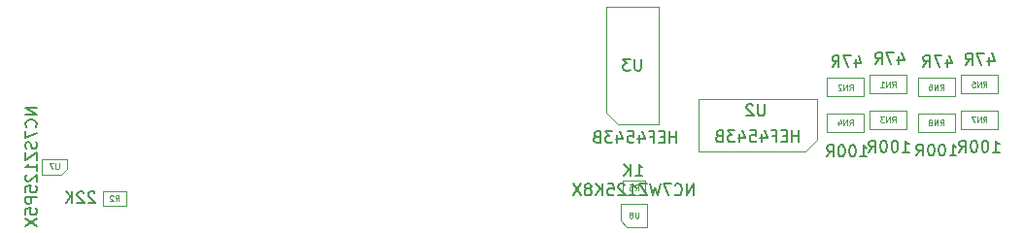
<source format=gbr>
G04 #@! TF.GenerationSoftware,KiCad,Pcbnew,(5.99.0-576-ga860ac506)*
G04 #@! TF.CreationDate,2020-08-23T19:59:58+02:00*
G04 #@! TF.ProjectId,50 pin to 34 pin Floppy Adapter,35302070-696e-4207-946f-203334207069,rev?*
G04 #@! TF.SameCoordinates,Original*
G04 #@! TF.FileFunction,AssemblyDrawing,Bot*
%FSLAX46Y46*%
G04 Gerber Fmt 4.6, Leading zero omitted, Abs format (unit mm)*
G04 Created by KiCad (PCBNEW (5.99.0-576-ga860ac506)) date 2020-08-23 19:59:58*
%MOMM*%
%LPD*%
G04 APERTURE LIST*
%ADD10C,0.100000*%
%ADD11C,0.150000*%
%ADD12C,0.075000*%
G04 APERTURE END LIST*
D10*
X86585500Y-39671500D02*
X86035500Y-39121500D01*
X86585500Y-39671500D02*
X88335500Y-39671500D01*
X86035500Y-37671500D02*
X86035500Y-39121500D01*
X88335500Y-37671500D02*
X86035500Y-37671500D01*
X88335500Y-39671500D02*
X88335500Y-37671500D01*
X37788000Y-34594500D02*
X37288000Y-35094500D01*
X35588000Y-33744500D02*
X35588000Y-35094500D01*
X37788000Y-33744500D02*
X35588000Y-33744500D01*
X37288000Y-35094500D02*
X35588000Y-35094500D01*
X37788000Y-33744500D02*
X37788000Y-34594500D01*
X88188000Y-35638500D02*
X86188000Y-35638500D01*
X86188000Y-35638500D02*
X86188000Y-36878500D01*
X86188000Y-36878500D02*
X88188000Y-36878500D01*
X88188000Y-36878500D02*
X88188000Y-35638500D01*
X40910000Y-37831000D02*
X42910000Y-37831000D01*
X42910000Y-37831000D02*
X42910000Y-36591000D01*
X42910000Y-36591000D02*
X40910000Y-36591000D01*
X40910000Y-36591000D02*
X40910000Y-37831000D01*
X84783500Y-29740500D02*
X85783500Y-30740500D01*
X84783500Y-20440500D02*
X84783500Y-29740500D01*
X89333500Y-20440500D02*
X84783500Y-20440500D01*
X89333500Y-30740500D02*
X89333500Y-20440500D01*
X85783500Y-30740500D02*
X89333500Y-30740500D01*
X115138000Y-29807000D02*
X111938000Y-29807000D01*
X115138000Y-31407000D02*
X115138000Y-29807000D01*
X111938000Y-31407000D02*
X115138000Y-31407000D01*
X111938000Y-29807000D02*
X111938000Y-31407000D01*
X118884500Y-29553000D02*
X115684500Y-29553000D01*
X118884500Y-31153000D02*
X118884500Y-29553000D01*
X115684500Y-31153000D02*
X118884500Y-31153000D01*
X115684500Y-29553000D02*
X115684500Y-31153000D01*
X115138000Y-26695500D02*
X111938000Y-26695500D01*
X115138000Y-28295500D02*
X115138000Y-26695500D01*
X111938000Y-28295500D02*
X115138000Y-28295500D01*
X111938000Y-26695500D02*
X111938000Y-28295500D01*
X118884500Y-26441500D02*
X115684500Y-26441500D01*
X118884500Y-28041500D02*
X118884500Y-26441500D01*
X115684500Y-28041500D02*
X118884500Y-28041500D01*
X115684500Y-26441500D02*
X115684500Y-28041500D01*
X103130500Y-32072500D02*
X103130500Y-28522500D01*
X103130500Y-28522500D02*
X92830500Y-28522500D01*
X92830500Y-28522500D02*
X92830500Y-33072500D01*
X92830500Y-33072500D02*
X102130500Y-33072500D01*
X102130500Y-33072500D02*
X103130500Y-32072500D01*
X104025500Y-29807000D02*
X104025500Y-31407000D01*
X104025500Y-31407000D02*
X107225500Y-31407000D01*
X107225500Y-31407000D02*
X107225500Y-29807000D01*
X107225500Y-29807000D02*
X104025500Y-29807000D01*
X110934000Y-29553000D02*
X107734000Y-29553000D01*
X110934000Y-31153000D02*
X110934000Y-29553000D01*
X107734000Y-31153000D02*
X110934000Y-31153000D01*
X107734000Y-29553000D02*
X107734000Y-31153000D01*
X104025500Y-26695500D02*
X104025500Y-28295500D01*
X104025500Y-28295500D02*
X107225500Y-28295500D01*
X107225500Y-28295500D02*
X107225500Y-26695500D01*
X107225500Y-26695500D02*
X104025500Y-26695500D01*
X110934000Y-26441500D02*
X107734000Y-26441500D01*
X110934000Y-28041500D02*
X110934000Y-26441500D01*
X107734000Y-28041500D02*
X110934000Y-28041500D01*
X107734000Y-26441500D02*
X107734000Y-28041500D01*
D11*
X92375976Y-36923880D02*
X92375976Y-35923880D01*
X91804547Y-36923880D01*
X91804547Y-35923880D01*
X90756928Y-36828642D02*
X90804547Y-36876261D01*
X90947404Y-36923880D01*
X91042642Y-36923880D01*
X91185500Y-36876261D01*
X91280738Y-36781023D01*
X91328357Y-36685785D01*
X91375976Y-36495309D01*
X91375976Y-36352452D01*
X91328357Y-36161976D01*
X91280738Y-36066738D01*
X91185500Y-35971500D01*
X91042642Y-35923880D01*
X90947404Y-35923880D01*
X90804547Y-35971500D01*
X90756928Y-36019119D01*
X90423595Y-35923880D02*
X89756928Y-35923880D01*
X90185500Y-36923880D01*
X89471214Y-35923880D02*
X89233119Y-36923880D01*
X89042642Y-36209595D01*
X88852166Y-36923880D01*
X88614071Y-35923880D01*
X88328357Y-35923880D02*
X87661690Y-35923880D01*
X88328357Y-36923880D01*
X87661690Y-36923880D01*
X86756928Y-36923880D02*
X87328357Y-36923880D01*
X87042642Y-36923880D02*
X87042642Y-35923880D01*
X87137880Y-36066738D01*
X87233119Y-36161976D01*
X87328357Y-36209595D01*
X86375976Y-36019119D02*
X86328357Y-35971500D01*
X86233119Y-35923880D01*
X85995023Y-35923880D01*
X85899785Y-35971500D01*
X85852166Y-36019119D01*
X85804547Y-36114357D01*
X85804547Y-36209595D01*
X85852166Y-36352452D01*
X86423595Y-36923880D01*
X85804547Y-36923880D01*
X84899785Y-35923880D02*
X85375976Y-35923880D01*
X85423595Y-36400071D01*
X85375976Y-36352452D01*
X85280738Y-36304833D01*
X85042642Y-36304833D01*
X84947404Y-36352452D01*
X84899785Y-36400071D01*
X84852166Y-36495309D01*
X84852166Y-36733404D01*
X84899785Y-36828642D01*
X84947404Y-36876261D01*
X85042642Y-36923880D01*
X85280738Y-36923880D01*
X85375976Y-36876261D01*
X85423595Y-36828642D01*
X84423595Y-36923880D02*
X84423595Y-35923880D01*
X83852166Y-36923880D02*
X84280738Y-36352452D01*
X83852166Y-35923880D02*
X84423595Y-36495309D01*
X83280738Y-36352452D02*
X83375976Y-36304833D01*
X83423595Y-36257214D01*
X83471214Y-36161976D01*
X83471214Y-36114357D01*
X83423595Y-36019119D01*
X83375976Y-35971500D01*
X83280738Y-35923880D01*
X83090261Y-35923880D01*
X82995023Y-35971500D01*
X82947404Y-36019119D01*
X82899785Y-36114357D01*
X82899785Y-36161976D01*
X82947404Y-36257214D01*
X82995023Y-36304833D01*
X83090261Y-36352452D01*
X83280738Y-36352452D01*
X83375976Y-36400071D01*
X83423595Y-36447690D01*
X83471214Y-36542928D01*
X83471214Y-36733404D01*
X83423595Y-36828642D01*
X83375976Y-36876261D01*
X83280738Y-36923880D01*
X83090261Y-36923880D01*
X82995023Y-36876261D01*
X82947404Y-36828642D01*
X82899785Y-36733404D01*
X82899785Y-36542928D01*
X82947404Y-36447690D01*
X82995023Y-36400071D01*
X83090261Y-36352452D01*
X82566452Y-35923880D02*
X81899785Y-36923880D01*
X81899785Y-35923880D02*
X82566452Y-36923880D01*
D10*
X87566452Y-38397690D02*
X87566452Y-38802452D01*
X87542642Y-38850071D01*
X87518833Y-38873880D01*
X87471214Y-38897690D01*
X87375976Y-38897690D01*
X87328357Y-38873880D01*
X87304547Y-38850071D01*
X87280738Y-38802452D01*
X87280738Y-38397690D01*
X86971214Y-38611976D02*
X87018833Y-38588166D01*
X87042642Y-38564357D01*
X87066452Y-38516738D01*
X87066452Y-38492928D01*
X87042642Y-38445309D01*
X87018833Y-38421500D01*
X86971214Y-38397690D01*
X86875976Y-38397690D01*
X86828357Y-38421500D01*
X86804547Y-38445309D01*
X86780738Y-38492928D01*
X86780738Y-38516738D01*
X86804547Y-38564357D01*
X86828357Y-38588166D01*
X86875976Y-38611976D01*
X86971214Y-38611976D01*
X87018833Y-38635785D01*
X87042642Y-38659595D01*
X87066452Y-38707214D01*
X87066452Y-38802452D01*
X87042642Y-38850071D01*
X87018833Y-38873880D01*
X86971214Y-38897690D01*
X86875976Y-38897690D01*
X86828357Y-38873880D01*
X86804547Y-38850071D01*
X86780738Y-38802452D01*
X86780738Y-38707214D01*
X86804547Y-38659595D01*
X86828357Y-38635785D01*
X86875976Y-38611976D01*
D11*
X35140380Y-29324261D02*
X34140380Y-29324261D01*
X35140380Y-29895690D01*
X34140380Y-29895690D01*
X35045142Y-30943309D02*
X35092761Y-30895690D01*
X35140380Y-30752833D01*
X35140380Y-30657595D01*
X35092761Y-30514738D01*
X34997523Y-30419500D01*
X34902285Y-30371880D01*
X34711809Y-30324261D01*
X34568952Y-30324261D01*
X34378476Y-30371880D01*
X34283238Y-30419500D01*
X34188000Y-30514738D01*
X34140380Y-30657595D01*
X34140380Y-30752833D01*
X34188000Y-30895690D01*
X34235619Y-30943309D01*
X34140380Y-31276642D02*
X34140380Y-31943309D01*
X35140380Y-31514738D01*
X35092761Y-32276642D02*
X35140380Y-32419500D01*
X35140380Y-32657595D01*
X35092761Y-32752833D01*
X35045142Y-32800452D01*
X34949904Y-32848071D01*
X34854666Y-32848071D01*
X34759428Y-32800452D01*
X34711809Y-32752833D01*
X34664190Y-32657595D01*
X34616571Y-32467119D01*
X34568952Y-32371880D01*
X34521333Y-32324261D01*
X34426095Y-32276642D01*
X34330857Y-32276642D01*
X34235619Y-32324261D01*
X34188000Y-32371880D01*
X34140380Y-32467119D01*
X34140380Y-32705214D01*
X34188000Y-32848071D01*
X34140380Y-33181404D02*
X34140380Y-33848071D01*
X35140380Y-33181404D01*
X35140380Y-33848071D01*
X35140380Y-34752833D02*
X35140380Y-34181404D01*
X35140380Y-34467119D02*
X34140380Y-34467119D01*
X34283238Y-34371880D01*
X34378476Y-34276642D01*
X34426095Y-34181404D01*
X34235619Y-35133785D02*
X34188000Y-35181404D01*
X34140380Y-35276642D01*
X34140380Y-35514738D01*
X34188000Y-35609976D01*
X34235619Y-35657595D01*
X34330857Y-35705214D01*
X34426095Y-35705214D01*
X34568952Y-35657595D01*
X35140380Y-35086166D01*
X35140380Y-35705214D01*
X34140380Y-36609976D02*
X34140380Y-36133785D01*
X34616571Y-36086166D01*
X34568952Y-36133785D01*
X34521333Y-36229023D01*
X34521333Y-36467119D01*
X34568952Y-36562357D01*
X34616571Y-36609976D01*
X34711809Y-36657595D01*
X34949904Y-36657595D01*
X35045142Y-36609976D01*
X35092761Y-36562357D01*
X35140380Y-36467119D01*
X35140380Y-36229023D01*
X35092761Y-36133785D01*
X35045142Y-36086166D01*
X35140380Y-37086166D02*
X34140380Y-37086166D01*
X34140380Y-37467119D01*
X34188000Y-37562357D01*
X34235619Y-37609976D01*
X34330857Y-37657595D01*
X34473714Y-37657595D01*
X34568952Y-37609976D01*
X34616571Y-37562357D01*
X34664190Y-37467119D01*
X34664190Y-37086166D01*
X34140380Y-38562357D02*
X34140380Y-38086166D01*
X34616571Y-38038547D01*
X34568952Y-38086166D01*
X34521333Y-38181404D01*
X34521333Y-38419500D01*
X34568952Y-38514738D01*
X34616571Y-38562357D01*
X34711809Y-38609976D01*
X34949904Y-38609976D01*
X35045142Y-38562357D01*
X35092761Y-38514738D01*
X35140380Y-38419500D01*
X35140380Y-38181404D01*
X35092761Y-38086166D01*
X35045142Y-38038547D01*
X34140380Y-38943309D02*
X35140380Y-39609976D01*
X34140380Y-39609976D02*
X35140380Y-38943309D01*
D12*
X37068952Y-34145690D02*
X37068952Y-34550452D01*
X37045142Y-34598071D01*
X37021333Y-34621880D01*
X36973714Y-34645690D01*
X36878476Y-34645690D01*
X36830857Y-34621880D01*
X36807047Y-34598071D01*
X36783238Y-34550452D01*
X36783238Y-34145690D01*
X36592761Y-34145690D02*
X36259428Y-34145690D01*
X36473714Y-34645690D01*
D11*
X87336285Y-35186880D02*
X87907714Y-35186880D01*
X87622000Y-35186880D02*
X87622000Y-34186880D01*
X87717238Y-34329738D01*
X87812476Y-34424976D01*
X87907714Y-34472595D01*
X86907714Y-35186880D02*
X86907714Y-34186880D01*
X86336285Y-35186880D02*
X86764857Y-34615452D01*
X86336285Y-34186880D02*
X86907714Y-34758309D01*
D12*
X87271333Y-36484690D02*
X87438000Y-36246595D01*
X87557047Y-36484690D02*
X87557047Y-35984690D01*
X87366571Y-35984690D01*
X87318952Y-36008500D01*
X87295142Y-36032309D01*
X87271333Y-36079928D01*
X87271333Y-36151357D01*
X87295142Y-36198976D01*
X87318952Y-36222785D01*
X87366571Y-36246595D01*
X87557047Y-36246595D01*
X86818952Y-35984690D02*
X87057047Y-35984690D01*
X87080857Y-36222785D01*
X87057047Y-36198976D01*
X87009428Y-36175166D01*
X86890380Y-36175166D01*
X86842761Y-36198976D01*
X86818952Y-36222785D01*
X86795142Y-36270404D01*
X86795142Y-36389452D01*
X86818952Y-36437071D01*
X86842761Y-36460880D01*
X86890380Y-36484690D01*
X87009428Y-36484690D01*
X87057047Y-36460880D01*
X87080857Y-36437071D01*
D11*
X40184904Y-36695119D02*
X40137285Y-36647500D01*
X40042047Y-36599880D01*
X39803952Y-36599880D01*
X39708714Y-36647500D01*
X39661095Y-36695119D01*
X39613476Y-36790357D01*
X39613476Y-36885595D01*
X39661095Y-37028452D01*
X40232523Y-37599880D01*
X39613476Y-37599880D01*
X39232523Y-36695119D02*
X39184904Y-36647500D01*
X39089666Y-36599880D01*
X38851571Y-36599880D01*
X38756333Y-36647500D01*
X38708714Y-36695119D01*
X38661095Y-36790357D01*
X38661095Y-36885595D01*
X38708714Y-37028452D01*
X39280142Y-37599880D01*
X38661095Y-37599880D01*
X38232523Y-37599880D02*
X38232523Y-36599880D01*
X37661095Y-37599880D02*
X38089666Y-37028452D01*
X37661095Y-36599880D02*
X38232523Y-37171309D01*
D12*
X41993333Y-37437190D02*
X42160000Y-37199095D01*
X42279047Y-37437190D02*
X42279047Y-36937190D01*
X42088571Y-36937190D01*
X42040952Y-36961000D01*
X42017142Y-36984809D01*
X41993333Y-37032428D01*
X41993333Y-37103857D01*
X42017142Y-37151476D01*
X42040952Y-37175285D01*
X42088571Y-37199095D01*
X42279047Y-37199095D01*
X41802857Y-36984809D02*
X41779047Y-36961000D01*
X41731428Y-36937190D01*
X41612380Y-36937190D01*
X41564761Y-36961000D01*
X41540952Y-36984809D01*
X41517142Y-37032428D01*
X41517142Y-37080047D01*
X41540952Y-37151476D01*
X41826666Y-37437190D01*
X41517142Y-37437190D01*
D11*
X90883928Y-32329380D02*
X90883928Y-31329380D01*
X90883928Y-31805571D02*
X90312500Y-31805571D01*
X90312500Y-32329380D02*
X90312500Y-31329380D01*
X89836309Y-31805571D02*
X89502976Y-31805571D01*
X89360119Y-32329380D02*
X89836309Y-32329380D01*
X89836309Y-31329380D01*
X89360119Y-31329380D01*
X88598214Y-31805571D02*
X88931547Y-31805571D01*
X88931547Y-32329380D02*
X88931547Y-31329380D01*
X88455357Y-31329380D01*
X87645833Y-31662714D02*
X87645833Y-32329380D01*
X87883928Y-31281761D02*
X88122023Y-31996047D01*
X87502976Y-31996047D01*
X86645833Y-31329380D02*
X87122023Y-31329380D01*
X87169642Y-31805571D01*
X87122023Y-31757952D01*
X87026785Y-31710333D01*
X86788690Y-31710333D01*
X86693452Y-31757952D01*
X86645833Y-31805571D01*
X86598214Y-31900809D01*
X86598214Y-32138904D01*
X86645833Y-32234142D01*
X86693452Y-32281761D01*
X86788690Y-32329380D01*
X87026785Y-32329380D01*
X87122023Y-32281761D01*
X87169642Y-32234142D01*
X85741071Y-31662714D02*
X85741071Y-32329380D01*
X85979166Y-31281761D02*
X86217261Y-31996047D01*
X85598214Y-31996047D01*
X85312500Y-31329380D02*
X84693452Y-31329380D01*
X85026785Y-31710333D01*
X84883928Y-31710333D01*
X84788690Y-31757952D01*
X84741071Y-31805571D01*
X84693452Y-31900809D01*
X84693452Y-32138904D01*
X84741071Y-32234142D01*
X84788690Y-32281761D01*
X84883928Y-32329380D01*
X85169642Y-32329380D01*
X85264880Y-32281761D01*
X85312500Y-32234142D01*
X83931547Y-31805571D02*
X83788690Y-31853190D01*
X83741071Y-31900809D01*
X83693452Y-31996047D01*
X83693452Y-32138904D01*
X83741071Y-32234142D01*
X83788690Y-32281761D01*
X83883928Y-32329380D01*
X84264880Y-32329380D01*
X84264880Y-31329380D01*
X83931547Y-31329380D01*
X83836309Y-31377000D01*
X83788690Y-31424619D01*
X83741071Y-31519857D01*
X83741071Y-31615095D01*
X83788690Y-31710333D01*
X83836309Y-31757952D01*
X83931547Y-31805571D01*
X84264880Y-31805571D01*
X87820404Y-25042880D02*
X87820404Y-25852404D01*
X87772785Y-25947642D01*
X87725166Y-25995261D01*
X87629928Y-26042880D01*
X87439452Y-26042880D01*
X87344214Y-25995261D01*
X87296595Y-25947642D01*
X87248976Y-25852404D01*
X87248976Y-25042880D01*
X86868023Y-25042880D02*
X86248976Y-25042880D01*
X86582309Y-25423833D01*
X86439452Y-25423833D01*
X86344214Y-25471452D01*
X86296595Y-25519071D01*
X86248976Y-25614309D01*
X86248976Y-25852404D01*
X86296595Y-25947642D01*
X86344214Y-25995261D01*
X86439452Y-26042880D01*
X86725166Y-26042880D01*
X86820404Y-25995261D01*
X86868023Y-25947642D01*
X114704666Y-33472380D02*
X115276095Y-33472380D01*
X114990380Y-33472380D02*
X114990380Y-32472380D01*
X115085619Y-32615238D01*
X115180857Y-32710476D01*
X115276095Y-32758095D01*
X114085619Y-32472380D02*
X113990380Y-32472380D01*
X113895142Y-32520000D01*
X113847523Y-32567619D01*
X113799904Y-32662857D01*
X113752285Y-32853333D01*
X113752285Y-33091428D01*
X113799904Y-33281904D01*
X113847523Y-33377142D01*
X113895142Y-33424761D01*
X113990380Y-33472380D01*
X114085619Y-33472380D01*
X114180857Y-33424761D01*
X114228476Y-33377142D01*
X114276095Y-33281904D01*
X114323714Y-33091428D01*
X114323714Y-32853333D01*
X114276095Y-32662857D01*
X114228476Y-32567619D01*
X114180857Y-32520000D01*
X114085619Y-32472380D01*
X113133238Y-32472380D02*
X113038000Y-32472380D01*
X112942761Y-32520000D01*
X112895142Y-32567619D01*
X112847523Y-32662857D01*
X112799904Y-32853333D01*
X112799904Y-33091428D01*
X112847523Y-33281904D01*
X112895142Y-33377142D01*
X112942761Y-33424761D01*
X113038000Y-33472380D01*
X113133238Y-33472380D01*
X113228476Y-33424761D01*
X113276095Y-33377142D01*
X113323714Y-33281904D01*
X113371333Y-33091428D01*
X113371333Y-32853333D01*
X113323714Y-32662857D01*
X113276095Y-32567619D01*
X113228476Y-32520000D01*
X113133238Y-32472380D01*
X111799904Y-33472380D02*
X112133238Y-32996190D01*
X112371333Y-33472380D02*
X112371333Y-32472380D01*
X111990380Y-32472380D01*
X111895142Y-32520000D01*
X111847523Y-32567619D01*
X111799904Y-32662857D01*
X111799904Y-32805714D01*
X111847523Y-32900952D01*
X111895142Y-32948571D01*
X111990380Y-32996190D01*
X112371333Y-32996190D01*
D12*
X113883238Y-30833190D02*
X114049904Y-30595095D01*
X114168952Y-30833190D02*
X114168952Y-30333190D01*
X113978476Y-30333190D01*
X113930857Y-30357000D01*
X113907047Y-30380809D01*
X113883238Y-30428428D01*
X113883238Y-30499857D01*
X113907047Y-30547476D01*
X113930857Y-30571285D01*
X113978476Y-30595095D01*
X114168952Y-30595095D01*
X113668952Y-30833190D02*
X113668952Y-30333190D01*
X113383238Y-30833190D01*
X113383238Y-30333190D01*
X113073714Y-30547476D02*
X113121333Y-30523666D01*
X113145142Y-30499857D01*
X113168952Y-30452238D01*
X113168952Y-30428428D01*
X113145142Y-30380809D01*
X113121333Y-30357000D01*
X113073714Y-30333190D01*
X112978476Y-30333190D01*
X112930857Y-30357000D01*
X112907047Y-30380809D01*
X112883238Y-30428428D01*
X112883238Y-30452238D01*
X112907047Y-30499857D01*
X112930857Y-30523666D01*
X112978476Y-30547476D01*
X113073714Y-30547476D01*
X113121333Y-30571285D01*
X113145142Y-30595095D01*
X113168952Y-30642714D01*
X113168952Y-30737952D01*
X113145142Y-30785571D01*
X113121333Y-30809380D01*
X113073714Y-30833190D01*
X112978476Y-30833190D01*
X112930857Y-30809380D01*
X112907047Y-30785571D01*
X112883238Y-30737952D01*
X112883238Y-30642714D01*
X112907047Y-30595095D01*
X112930857Y-30571285D01*
X112978476Y-30547476D01*
D11*
X118451166Y-33154880D02*
X119022595Y-33154880D01*
X118736880Y-33154880D02*
X118736880Y-32154880D01*
X118832119Y-32297738D01*
X118927357Y-32392976D01*
X119022595Y-32440595D01*
X117832119Y-32154880D02*
X117736880Y-32154880D01*
X117641642Y-32202500D01*
X117594023Y-32250119D01*
X117546404Y-32345357D01*
X117498785Y-32535833D01*
X117498785Y-32773928D01*
X117546404Y-32964404D01*
X117594023Y-33059642D01*
X117641642Y-33107261D01*
X117736880Y-33154880D01*
X117832119Y-33154880D01*
X117927357Y-33107261D01*
X117974976Y-33059642D01*
X118022595Y-32964404D01*
X118070214Y-32773928D01*
X118070214Y-32535833D01*
X118022595Y-32345357D01*
X117974976Y-32250119D01*
X117927357Y-32202500D01*
X117832119Y-32154880D01*
X116879738Y-32154880D02*
X116784500Y-32154880D01*
X116689261Y-32202500D01*
X116641642Y-32250119D01*
X116594023Y-32345357D01*
X116546404Y-32535833D01*
X116546404Y-32773928D01*
X116594023Y-32964404D01*
X116641642Y-33059642D01*
X116689261Y-33107261D01*
X116784500Y-33154880D01*
X116879738Y-33154880D01*
X116974976Y-33107261D01*
X117022595Y-33059642D01*
X117070214Y-32964404D01*
X117117833Y-32773928D01*
X117117833Y-32535833D01*
X117070214Y-32345357D01*
X117022595Y-32250119D01*
X116974976Y-32202500D01*
X116879738Y-32154880D01*
X115546404Y-33154880D02*
X115879738Y-32678690D01*
X116117833Y-33154880D02*
X116117833Y-32154880D01*
X115736880Y-32154880D01*
X115641642Y-32202500D01*
X115594023Y-32250119D01*
X115546404Y-32345357D01*
X115546404Y-32488214D01*
X115594023Y-32583452D01*
X115641642Y-32631071D01*
X115736880Y-32678690D01*
X116117833Y-32678690D01*
D12*
X117629738Y-30579190D02*
X117796404Y-30341095D01*
X117915452Y-30579190D02*
X117915452Y-30079190D01*
X117724976Y-30079190D01*
X117677357Y-30103000D01*
X117653547Y-30126809D01*
X117629738Y-30174428D01*
X117629738Y-30245857D01*
X117653547Y-30293476D01*
X117677357Y-30317285D01*
X117724976Y-30341095D01*
X117915452Y-30341095D01*
X117415452Y-30579190D02*
X117415452Y-30079190D01*
X117129738Y-30579190D01*
X117129738Y-30079190D01*
X116939261Y-30079190D02*
X116605928Y-30079190D01*
X116820214Y-30579190D01*
D11*
X114450714Y-25058714D02*
X114450714Y-25725380D01*
X114688809Y-24677761D02*
X114926904Y-25392047D01*
X114307857Y-25392047D01*
X114022142Y-24725380D02*
X113355476Y-24725380D01*
X113784047Y-25725380D01*
X112403095Y-25725380D02*
X112736428Y-25249190D01*
X112974523Y-25725380D02*
X112974523Y-24725380D01*
X112593571Y-24725380D01*
X112498333Y-24773000D01*
X112450714Y-24820619D01*
X112403095Y-24915857D01*
X112403095Y-25058714D01*
X112450714Y-25153952D01*
X112498333Y-25201571D01*
X112593571Y-25249190D01*
X112974523Y-25249190D01*
D12*
X113883238Y-27721690D02*
X114049904Y-27483595D01*
X114168952Y-27721690D02*
X114168952Y-27221690D01*
X113978476Y-27221690D01*
X113930857Y-27245500D01*
X113907047Y-27269309D01*
X113883238Y-27316928D01*
X113883238Y-27388357D01*
X113907047Y-27435976D01*
X113930857Y-27459785D01*
X113978476Y-27483595D01*
X114168952Y-27483595D01*
X113668952Y-27721690D02*
X113668952Y-27221690D01*
X113383238Y-27721690D01*
X113383238Y-27221690D01*
X112930857Y-27221690D02*
X113026095Y-27221690D01*
X113073714Y-27245500D01*
X113097523Y-27269309D01*
X113145142Y-27340738D01*
X113168952Y-27435976D01*
X113168952Y-27626452D01*
X113145142Y-27674071D01*
X113121333Y-27697880D01*
X113073714Y-27721690D01*
X112978476Y-27721690D01*
X112930857Y-27697880D01*
X112907047Y-27674071D01*
X112883238Y-27626452D01*
X112883238Y-27507404D01*
X112907047Y-27459785D01*
X112930857Y-27435976D01*
X112978476Y-27412166D01*
X113073714Y-27412166D01*
X113121333Y-27435976D01*
X113145142Y-27459785D01*
X113168952Y-27507404D01*
D11*
X118133714Y-24868214D02*
X118133714Y-25534880D01*
X118371809Y-24487261D02*
X118609904Y-25201547D01*
X117990857Y-25201547D01*
X117705142Y-24534880D02*
X117038476Y-24534880D01*
X117467047Y-25534880D01*
X116086095Y-25534880D02*
X116419428Y-25058690D01*
X116657523Y-25534880D02*
X116657523Y-24534880D01*
X116276571Y-24534880D01*
X116181333Y-24582500D01*
X116133714Y-24630119D01*
X116086095Y-24725357D01*
X116086095Y-24868214D01*
X116133714Y-24963452D01*
X116181333Y-25011071D01*
X116276571Y-25058690D01*
X116657523Y-25058690D01*
D12*
X117629738Y-27467690D02*
X117796404Y-27229595D01*
X117915452Y-27467690D02*
X117915452Y-26967690D01*
X117724976Y-26967690D01*
X117677357Y-26991500D01*
X117653547Y-27015309D01*
X117629738Y-27062928D01*
X117629738Y-27134357D01*
X117653547Y-27181976D01*
X117677357Y-27205785D01*
X117724976Y-27229595D01*
X117915452Y-27229595D01*
X117415452Y-27467690D02*
X117415452Y-26967690D01*
X117129738Y-27467690D01*
X117129738Y-26967690D01*
X116653547Y-26967690D02*
X116891642Y-26967690D01*
X116915452Y-27205785D01*
X116891642Y-27181976D01*
X116844023Y-27158166D01*
X116724976Y-27158166D01*
X116677357Y-27181976D01*
X116653547Y-27205785D01*
X116629738Y-27253404D01*
X116629738Y-27372452D01*
X116653547Y-27420071D01*
X116677357Y-27443880D01*
X116724976Y-27467690D01*
X116844023Y-27467690D01*
X116891642Y-27443880D01*
X116915452Y-27420071D01*
D11*
X101551928Y-32265880D02*
X101551928Y-31265880D01*
X101551928Y-31742071D02*
X100980500Y-31742071D01*
X100980500Y-32265880D02*
X100980500Y-31265880D01*
X100504309Y-31742071D02*
X100170976Y-31742071D01*
X100028119Y-32265880D02*
X100504309Y-32265880D01*
X100504309Y-31265880D01*
X100028119Y-31265880D01*
X99266214Y-31742071D02*
X99599547Y-31742071D01*
X99599547Y-32265880D02*
X99599547Y-31265880D01*
X99123357Y-31265880D01*
X98313833Y-31599214D02*
X98313833Y-32265880D01*
X98551928Y-31218261D02*
X98790023Y-31932547D01*
X98170976Y-31932547D01*
X97313833Y-31265880D02*
X97790023Y-31265880D01*
X97837642Y-31742071D01*
X97790023Y-31694452D01*
X97694785Y-31646833D01*
X97456690Y-31646833D01*
X97361452Y-31694452D01*
X97313833Y-31742071D01*
X97266214Y-31837309D01*
X97266214Y-32075404D01*
X97313833Y-32170642D01*
X97361452Y-32218261D01*
X97456690Y-32265880D01*
X97694785Y-32265880D01*
X97790023Y-32218261D01*
X97837642Y-32170642D01*
X96409071Y-31599214D02*
X96409071Y-32265880D01*
X96647166Y-31218261D02*
X96885261Y-31932547D01*
X96266214Y-31932547D01*
X95980500Y-31265880D02*
X95361452Y-31265880D01*
X95694785Y-31646833D01*
X95551928Y-31646833D01*
X95456690Y-31694452D01*
X95409071Y-31742071D01*
X95361452Y-31837309D01*
X95361452Y-32075404D01*
X95409071Y-32170642D01*
X95456690Y-32218261D01*
X95551928Y-32265880D01*
X95837642Y-32265880D01*
X95932880Y-32218261D01*
X95980500Y-32170642D01*
X94599547Y-31742071D02*
X94456690Y-31789690D01*
X94409071Y-31837309D01*
X94361452Y-31932547D01*
X94361452Y-32075404D01*
X94409071Y-32170642D01*
X94456690Y-32218261D01*
X94551928Y-32265880D01*
X94932880Y-32265880D01*
X94932880Y-31265880D01*
X94599547Y-31265880D01*
X94504309Y-31313500D01*
X94456690Y-31361119D01*
X94409071Y-31456357D01*
X94409071Y-31551595D01*
X94456690Y-31646833D01*
X94504309Y-31694452D01*
X94599547Y-31742071D01*
X94932880Y-31742071D01*
X98551904Y-28979880D02*
X98551904Y-29789404D01*
X98504285Y-29884642D01*
X98456666Y-29932261D01*
X98361428Y-29979880D01*
X98170952Y-29979880D01*
X98075714Y-29932261D01*
X98028095Y-29884642D01*
X97980476Y-29789404D01*
X97980476Y-28979880D01*
X97551904Y-29075119D02*
X97504285Y-29027500D01*
X97409047Y-28979880D01*
X97170952Y-28979880D01*
X97075714Y-29027500D01*
X97028095Y-29075119D01*
X96980476Y-29170357D01*
X96980476Y-29265595D01*
X97028095Y-29408452D01*
X97599523Y-29979880D01*
X96980476Y-29979880D01*
X106894166Y-33535880D02*
X107465595Y-33535880D01*
X107179880Y-33535880D02*
X107179880Y-32535880D01*
X107275119Y-32678738D01*
X107370357Y-32773976D01*
X107465595Y-32821595D01*
X106275119Y-32535880D02*
X106179880Y-32535880D01*
X106084642Y-32583500D01*
X106037023Y-32631119D01*
X105989404Y-32726357D01*
X105941785Y-32916833D01*
X105941785Y-33154928D01*
X105989404Y-33345404D01*
X106037023Y-33440642D01*
X106084642Y-33488261D01*
X106179880Y-33535880D01*
X106275119Y-33535880D01*
X106370357Y-33488261D01*
X106417976Y-33440642D01*
X106465595Y-33345404D01*
X106513214Y-33154928D01*
X106513214Y-32916833D01*
X106465595Y-32726357D01*
X106417976Y-32631119D01*
X106370357Y-32583500D01*
X106275119Y-32535880D01*
X105322738Y-32535880D02*
X105227500Y-32535880D01*
X105132261Y-32583500D01*
X105084642Y-32631119D01*
X105037023Y-32726357D01*
X104989404Y-32916833D01*
X104989404Y-33154928D01*
X105037023Y-33345404D01*
X105084642Y-33440642D01*
X105132261Y-33488261D01*
X105227500Y-33535880D01*
X105322738Y-33535880D01*
X105417976Y-33488261D01*
X105465595Y-33440642D01*
X105513214Y-33345404D01*
X105560833Y-33154928D01*
X105560833Y-32916833D01*
X105513214Y-32726357D01*
X105465595Y-32631119D01*
X105417976Y-32583500D01*
X105322738Y-32535880D01*
X103989404Y-33535880D02*
X104322738Y-33059690D01*
X104560833Y-33535880D02*
X104560833Y-32535880D01*
X104179880Y-32535880D01*
X104084642Y-32583500D01*
X104037023Y-32631119D01*
X103989404Y-32726357D01*
X103989404Y-32869214D01*
X104037023Y-32964452D01*
X104084642Y-33012071D01*
X104179880Y-33059690D01*
X104560833Y-33059690D01*
D12*
X105970738Y-30833190D02*
X106137404Y-30595095D01*
X106256452Y-30833190D02*
X106256452Y-30333190D01*
X106065976Y-30333190D01*
X106018357Y-30357000D01*
X105994547Y-30380809D01*
X105970738Y-30428428D01*
X105970738Y-30499857D01*
X105994547Y-30547476D01*
X106018357Y-30571285D01*
X106065976Y-30595095D01*
X106256452Y-30595095D01*
X105756452Y-30833190D02*
X105756452Y-30333190D01*
X105470738Y-30833190D01*
X105470738Y-30333190D01*
X105018357Y-30499857D02*
X105018357Y-30833190D01*
X105137404Y-30309380D02*
X105256452Y-30666523D01*
X104946928Y-30666523D01*
D11*
X110577166Y-33154880D02*
X111148595Y-33154880D01*
X110862880Y-33154880D02*
X110862880Y-32154880D01*
X110958119Y-32297738D01*
X111053357Y-32392976D01*
X111148595Y-32440595D01*
X109958119Y-32154880D02*
X109862880Y-32154880D01*
X109767642Y-32202500D01*
X109720023Y-32250119D01*
X109672404Y-32345357D01*
X109624785Y-32535833D01*
X109624785Y-32773928D01*
X109672404Y-32964404D01*
X109720023Y-33059642D01*
X109767642Y-33107261D01*
X109862880Y-33154880D01*
X109958119Y-33154880D01*
X110053357Y-33107261D01*
X110100976Y-33059642D01*
X110148595Y-32964404D01*
X110196214Y-32773928D01*
X110196214Y-32535833D01*
X110148595Y-32345357D01*
X110100976Y-32250119D01*
X110053357Y-32202500D01*
X109958119Y-32154880D01*
X109005738Y-32154880D02*
X108910500Y-32154880D01*
X108815261Y-32202500D01*
X108767642Y-32250119D01*
X108720023Y-32345357D01*
X108672404Y-32535833D01*
X108672404Y-32773928D01*
X108720023Y-32964404D01*
X108767642Y-33059642D01*
X108815261Y-33107261D01*
X108910500Y-33154880D01*
X109005738Y-33154880D01*
X109100976Y-33107261D01*
X109148595Y-33059642D01*
X109196214Y-32964404D01*
X109243833Y-32773928D01*
X109243833Y-32535833D01*
X109196214Y-32345357D01*
X109148595Y-32250119D01*
X109100976Y-32202500D01*
X109005738Y-32154880D01*
X107672404Y-33154880D02*
X108005738Y-32678690D01*
X108243833Y-33154880D02*
X108243833Y-32154880D01*
X107862880Y-32154880D01*
X107767642Y-32202500D01*
X107720023Y-32250119D01*
X107672404Y-32345357D01*
X107672404Y-32488214D01*
X107720023Y-32583452D01*
X107767642Y-32631071D01*
X107862880Y-32678690D01*
X108243833Y-32678690D01*
D12*
X109679238Y-30579190D02*
X109845904Y-30341095D01*
X109964952Y-30579190D02*
X109964952Y-30079190D01*
X109774476Y-30079190D01*
X109726857Y-30103000D01*
X109703047Y-30126809D01*
X109679238Y-30174428D01*
X109679238Y-30245857D01*
X109703047Y-30293476D01*
X109726857Y-30317285D01*
X109774476Y-30341095D01*
X109964952Y-30341095D01*
X109464952Y-30579190D02*
X109464952Y-30079190D01*
X109179238Y-30579190D01*
X109179238Y-30079190D01*
X108988761Y-30079190D02*
X108679238Y-30079190D01*
X108845904Y-30269666D01*
X108774476Y-30269666D01*
X108726857Y-30293476D01*
X108703047Y-30317285D01*
X108679238Y-30364904D01*
X108679238Y-30483952D01*
X108703047Y-30531571D01*
X108726857Y-30555380D01*
X108774476Y-30579190D01*
X108917333Y-30579190D01*
X108964952Y-30555380D01*
X108988761Y-30531571D01*
D11*
X106513214Y-25058714D02*
X106513214Y-25725380D01*
X106751309Y-24677761D02*
X106989404Y-25392047D01*
X106370357Y-25392047D01*
X106084642Y-24725380D02*
X105417976Y-24725380D01*
X105846547Y-25725380D01*
X104465595Y-25725380D02*
X104798928Y-25249190D01*
X105037023Y-25725380D02*
X105037023Y-24725380D01*
X104656071Y-24725380D01*
X104560833Y-24773000D01*
X104513214Y-24820619D01*
X104465595Y-24915857D01*
X104465595Y-25058714D01*
X104513214Y-25153952D01*
X104560833Y-25201571D01*
X104656071Y-25249190D01*
X105037023Y-25249190D01*
D12*
X105970738Y-27721690D02*
X106137404Y-27483595D01*
X106256452Y-27721690D02*
X106256452Y-27221690D01*
X106065976Y-27221690D01*
X106018357Y-27245500D01*
X105994547Y-27269309D01*
X105970738Y-27316928D01*
X105970738Y-27388357D01*
X105994547Y-27435976D01*
X106018357Y-27459785D01*
X106065976Y-27483595D01*
X106256452Y-27483595D01*
X105756452Y-27721690D02*
X105756452Y-27221690D01*
X105470738Y-27721690D01*
X105470738Y-27221690D01*
X105256452Y-27269309D02*
X105232642Y-27245500D01*
X105185023Y-27221690D01*
X105065976Y-27221690D01*
X105018357Y-27245500D01*
X104994547Y-27269309D01*
X104970738Y-27316928D01*
X104970738Y-27364547D01*
X104994547Y-27435976D01*
X105280261Y-27721690D01*
X104970738Y-27721690D01*
D11*
X110259714Y-24804714D02*
X110259714Y-25471380D01*
X110497809Y-24423761D02*
X110735904Y-25138047D01*
X110116857Y-25138047D01*
X109831142Y-24471380D02*
X109164476Y-24471380D01*
X109593047Y-25471380D01*
X108212095Y-25471380D02*
X108545428Y-24995190D01*
X108783523Y-25471380D02*
X108783523Y-24471380D01*
X108402571Y-24471380D01*
X108307333Y-24519000D01*
X108259714Y-24566619D01*
X108212095Y-24661857D01*
X108212095Y-24804714D01*
X108259714Y-24899952D01*
X108307333Y-24947571D01*
X108402571Y-24995190D01*
X108783523Y-24995190D01*
D12*
X109679238Y-27467690D02*
X109845904Y-27229595D01*
X109964952Y-27467690D02*
X109964952Y-26967690D01*
X109774476Y-26967690D01*
X109726857Y-26991500D01*
X109703047Y-27015309D01*
X109679238Y-27062928D01*
X109679238Y-27134357D01*
X109703047Y-27181976D01*
X109726857Y-27205785D01*
X109774476Y-27229595D01*
X109964952Y-27229595D01*
X109464952Y-27467690D02*
X109464952Y-26967690D01*
X109179238Y-27467690D01*
X109179238Y-26967690D01*
X108679238Y-27467690D02*
X108964952Y-27467690D01*
X108822095Y-27467690D02*
X108822095Y-26967690D01*
X108869714Y-27039119D01*
X108917333Y-27086738D01*
X108964952Y-27110547D01*
M02*

</source>
